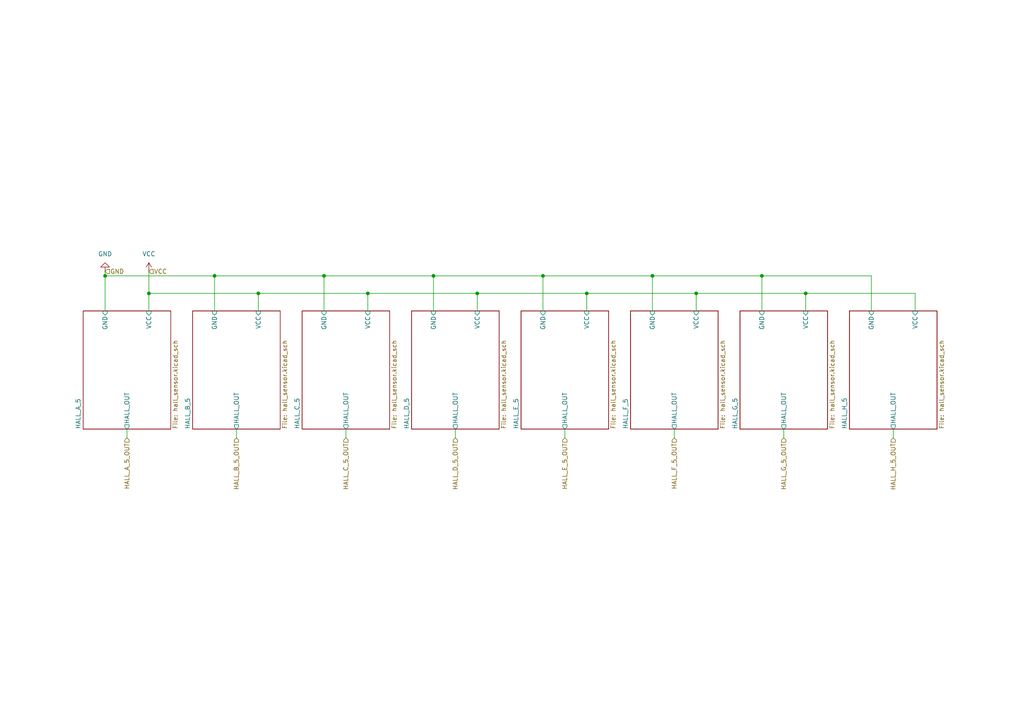
<source format=kicad_sch>
(kicad_sch (version 20250114) (generator "eeschema") (generator_version "9.0")
  (paper "A4")
  (lib_symbols
    (symbol "power:GND" (power) (pin_numbers (hide yes)) (pin_names (offset 0) (hide yes))
      (property "Value" "GND" (at 0 -3.81 0))
      (symbol "GND_0_1"
        (polyline (pts (xy 0 0) (xy 0 -1.27) (xy 1.27 -1.27) (xy 0 -2.54) (xy -1.27 -1.27) (xy 0 -1.27)))
      )
      (symbol "GND_1_1"
        (pin power_in line (at 0 0 270) (length 0) (name "~") (number "1"))
      )
    )
    (symbol "power:VCC" (power) (pin_numbers (hide yes)) (pin_names (offset 0) (hide yes))
      (property "Value" "VCC" (at 0 3.556 0))
      (symbol "VCC_0_1"
        (polyline (pts (xy -0.762 1.27) (xy 0 2.54)))
        (polyline (pts (xy 0 2.54) (xy 0.762 1.27)))
        (polyline (pts (xy 0 0) (xy 0 2.54)))
      )
      (symbol "VCC_1_1"
        (pin power_in line (at 0 0 90) (length 0) (name "~") (number "1"))
      )
    )
  )
  (junction (at 30.48 80.01))
  (junction (at 106.68 85.09))
  (junction (at 125.73 80.01))
  (junction (at 233.68 85.09))
  (junction (at 74.93 85.09))
  (junction (at 189.23 80.01))
  (junction (at 157.48 80.01))
  (junction (at 170.18 85.09))
  (junction (at 201.93 85.09))
  (junction (at 62.23 80.01))
  (junction (at 93.98 80.01))
  (junction (at 43.18 85.09))
  (junction (at 220.98 80.01))
  (junction (at 138.43 85.09))
  (wire (pts (xy 233.68 85.09) (xy 265.43 85.09)))
  (wire (pts (xy 201.93 85.09) (xy 233.68 85.09)))
  (wire (pts (xy 125.73 80.01) (xy 157.48 80.01)))
  (wire (pts (xy 62.23 80.01) (xy 93.98 80.01)))
  (wire (pts (xy 132.08 124.46) (xy 132.08 127)))
  (wire (pts (xy 74.93 85.09) (xy 106.68 85.09)))
  (wire (pts (xy 170.18 85.09) (xy 201.93 85.09)))
  (wire (pts (xy 170.18 85.09) (xy 170.18 90.17)))
  (wire (pts (xy 106.68 85.09) (xy 138.43 85.09)))
  (wire (pts (xy 30.48 78.74) (xy 30.48 80.01)))
  (wire (pts (xy 157.48 80.01) (xy 189.23 80.01)))
  (wire (pts (xy 74.93 85.09) (xy 74.93 90.17)))
  (wire (pts (xy 62.23 80.01) (xy 62.23 90.17)))
  (wire (pts (xy 125.73 80.01) (xy 125.73 90.17)))
  (wire (pts (xy 220.98 80.01) (xy 252.73 80.01)))
  (wire (pts (xy 220.98 80.01) (xy 220.98 90.17)))
  (wire (pts (xy 30.48 80.01) (xy 30.48 90.17)))
  (wire (pts (xy 227.33 124.46) (xy 227.33 127)))
  (wire (pts (xy 93.98 80.01) (xy 125.73 80.01)))
  (wire (pts (xy 157.48 80.01) (xy 157.48 90.17)))
  (wire (pts (xy 93.98 80.01) (xy 93.98 90.17)))
  (wire (pts (xy 43.18 78.74) (xy 43.18 85.09)))
  (wire (pts (xy 163.83 124.46) (xy 163.83 127)))
  (wire (pts (xy 106.68 85.09) (xy 106.68 90.17)))
  (wire (pts (xy 201.93 85.09) (xy 201.93 90.17)))
  (wire (pts (xy 259.08 124.46) (xy 259.08 127)))
  (wire (pts (xy 36.83 124.46) (xy 36.83 127)))
  (wire (pts (xy 195.58 124.46) (xy 195.58 127)))
  (wire (pts (xy 138.43 85.09) (xy 170.18 85.09)))
  (wire (pts (xy 233.68 85.09) (xy 233.68 90.17)))
  (wire (pts (xy 43.18 85.09) (xy 43.18 90.17)))
  (wire (pts (xy 189.23 80.01) (xy 189.23 90.17)))
  (wire (pts (xy 43.18 85.09) (xy 74.93 85.09)))
  (wire (pts (xy 265.43 85.09) (xy 265.43 90.17)))
  (wire (pts (xy 138.43 85.09) (xy 138.43 90.17)))
  (wire (pts (xy 68.58 124.46) (xy 68.58 127)))
  (wire (pts (xy 252.73 80.01) (xy 252.73 90.17)))
  (wire (pts (xy 100.33 124.46) (xy 100.33 127)))
  (wire (pts (xy 30.48 80.01) (xy 62.23 80.01)))
  (wire (pts (xy 189.23 80.01) (xy 220.98 80.01)))
  (hierarchical_label "HALL_D_5_OUT" (shape input) (at 132.08 127 270))
  (hierarchical_label "HALL_A_5_OUT" (shape input) (at 36.83 127 270))
  (hierarchical_label "HALL_C_5_OUT" (shape input) (at 100.33 127 270))
  (hierarchical_label "HALL_G_5_OUT" (shape input) (at 227.33 127 270))
  (hierarchical_label "VCC" (shape input) (at 43.18 78.74 0))
  (hierarchical_label "GND" (shape input) (at 30.48 78.74 0))
  (hierarchical_label "HALL_B_5_OUT" (shape input) (at 68.58 127 270))
  (hierarchical_label "HALL_H_5_OUT" (shape input) (at 259.08 127 270))
  (hierarchical_label "HALL_F_5_OUT" (shape input) (at 195.58 127 270))
  (hierarchical_label "HALL_E_5_OUT" (shape input) (at 163.83 127 270))
  (symbol (lib_id "power:GND") (at 30.48 78.74 180) (unit 1)
    (property "Reference" "#PWR038" (effects (hide yes)))
    (property "Value" "GND" (at 30.48 73.66 0))
    (property "Description" "Power symbol creates a global label with name \"GND\" , ground" (effects (hide yes)))
  )
  (symbol (lib_id "power:VCC") (at 43.18 78.74 0) (unit 1)
    (property "Reference" "#PWR037" (effects (hide yes)))
    (property "Value" "VCC" (at 43.18 73.66 0))
    (property "Description" "Power symbol creates a global label with name \"VCC\"" (effects (hide yes)))
  )
  (sheet (at 119.38 90.17) (size 25.4 34.29) (stroke (width 0.1524))
    (property "Sheetname" "HALL_D_5" (at 118.6684 124.46 90) (effects (justify left bottom)))
    (property "Sheetfile" "hall_sensor.kicad_sch" (at 145.3646 124.46 90) (effects (justify left top)))
    (pin "GND" input (at 125.73 90.17 90))
    (pin "HALL_OUT" output (at 132.08 124.46 270))
    (pin "VCC" input (at 138.43 90.17 90))
  )
  (sheet (at 87.63 90.17) (size 25.4 34.29) (stroke (width 0.1524))
    (property "Sheetname" "HALL_C_5" (at 86.9184 124.46 90) (effects (justify left bottom)))
    (property "Sheetfile" "hall_sensor.kicad_sch" (at 113.6146 124.46 90) (effects (justify left top)))
    (pin "GND" input (at 93.98 90.17 90))
    (pin "HALL_OUT" output (at 100.33 124.46 270))
    (pin "VCC" input (at 106.68 90.17 90))
  )
  (sheet (at 55.88 90.17) (size 25.4 34.29) (stroke (width 0.1524))
    (property "Sheetname" "HALL_B_5" (at 55.1684 124.46 90) (effects (justify left bottom)))
    (property "Sheetfile" "hall_sensor.kicad_sch" (at 81.8646 124.46 90) (effects (justify left top)))
    (pin "GND" input (at 62.23 90.17 90))
    (pin "HALL_OUT" output (at 68.58 124.46 270))
    (pin "VCC" input (at 74.93 90.17 90))
  )
  (sheet (at 182.88 90.17) (size 25.4 34.29) (stroke (width 0.1524))
    (property "Sheetname" "HALL_F_5" (at 182.1684 124.46 90) (effects (justify left bottom)))
    (property "Sheetfile" "hall_sensor.kicad_sch" (at 208.8646 124.46 90) (effects (justify left top)))
    (pin "GND" input (at 189.23 90.17 90))
    (pin "HALL_OUT" output (at 195.58 124.46 270))
    (pin "VCC" input (at 201.93 90.17 90))
  )
  (sheet (at 214.63 90.17) (size 25.4 34.29) (stroke (width 0.1524))
    (property "Sheetname" "HALL_G_5" (at 213.9184 124.46 90) (effects (justify left bottom)))
    (property "Sheetfile" "hall_sensor.kicad_sch" (at 240.6146 124.46 90) (effects (justify left top)))
    (pin "GND" input (at 220.98 90.17 90))
    (pin "HALL_OUT" output (at 227.33 124.46 270))
    (pin "VCC" input (at 233.68 90.17 90))
  )
  (sheet (at 246.38 90.17) (size 25.4 34.29) (stroke (width 0.1524))
    (property "Sheetname" "HALL_H_5" (at 245.6684 124.46 90) (effects (justify left bottom)))
    (property "Sheetfile" "hall_sensor.kicad_sch" (at 272.3646 124.46 90) (effects (justify left top)))
    (pin "GND" input (at 252.73 90.17 90))
    (pin "HALL_OUT" output (at 259.08 124.46 270))
    (pin "VCC" input (at 265.43 90.17 90))
  )
  (sheet (at 24.13 90.17) (size 25.4 34.29) (stroke (width 0.1524))
    (property "Sheetname" "HALL_A_5" (at 23.4184 124.46 90) (effects (justify left bottom)))
    (property "Sheetfile" "hall_sensor.kicad_sch" (at 50.1146 124.46 90) (effects (justify left top)))
    (pin "GND" input (at 30.48 90.17 90))
    (pin "HALL_OUT" output (at 36.83 124.46 270))
    (pin "VCC" input (at 43.18 90.17 90))
  )
  (sheet (at 151.13 90.17) (size 25.4 34.29) (stroke (width 0.1524))
    (property "Sheetname" "HALL_E_5" (at 150.4184 124.46 90) (effects (justify left bottom)))
    (property "Sheetfile" "hall_sensor.kicad_sch" (at 177.1146 124.46 90) (effects (justify left top)))
    (pin "GND" input (at 157.48 90.17 90))
    (pin "HALL_OUT" output (at 163.83 124.46 270))
    (pin "VCC" input (at 170.18 90.17 90))
  )
)
</source>
